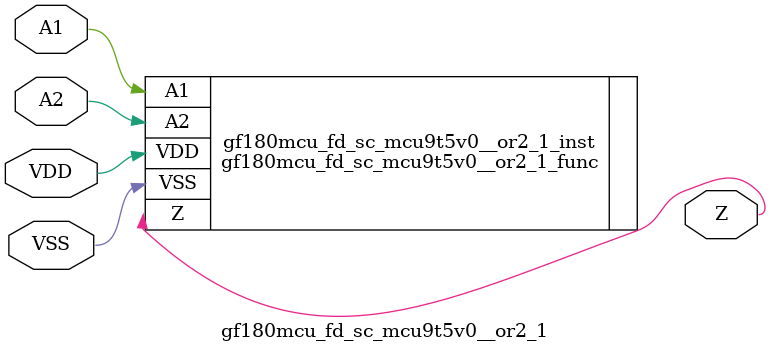
<source format=v>

module gf180mcu_fd_sc_mcu9t5v0__or2_1( A1, A2, Z, VDD, VSS );
input A1, A2;
inout VDD, VSS;
output Z;

   `ifdef FUNCTIONAL  //  functional //

	gf180mcu_fd_sc_mcu9t5v0__or2_1_func gf180mcu_fd_sc_mcu9t5v0__or2_1_behav_inst(.A1(A1),.A2(A2),.Z(Z),.VDD(VDD),.VSS(VSS));

   `else

	gf180mcu_fd_sc_mcu9t5v0__or2_1_func gf180mcu_fd_sc_mcu9t5v0__or2_1_inst(.A1(A1),.A2(A2),.Z(Z),.VDD(VDD),.VSS(VSS));

	// spec_gates_begin


	// spec_gates_end



   specify

	// specify_block_begin

	// comb arc A1 --> Z
	 (A1 => Z) = (1.0,1.0);

	// comb arc A2 --> Z
	 (A2 => Z) = (1.0,1.0);

	// specify_block_end

   endspecify

   `endif

endmodule

</source>
